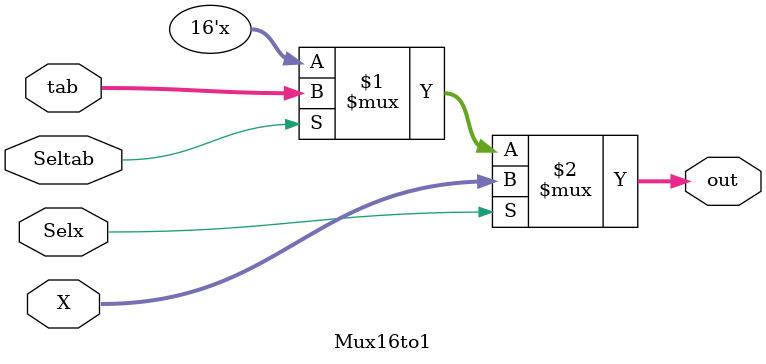
<source format=sv>
`timescale 1ns/1ns

module Mux16to1 (output[ 15:0] out, input[15:0] X, tab, input Selx, Seltab);
  assign out = Selx ? X :(Seltab ? tab : 16'bx);
endmodule 

</source>
